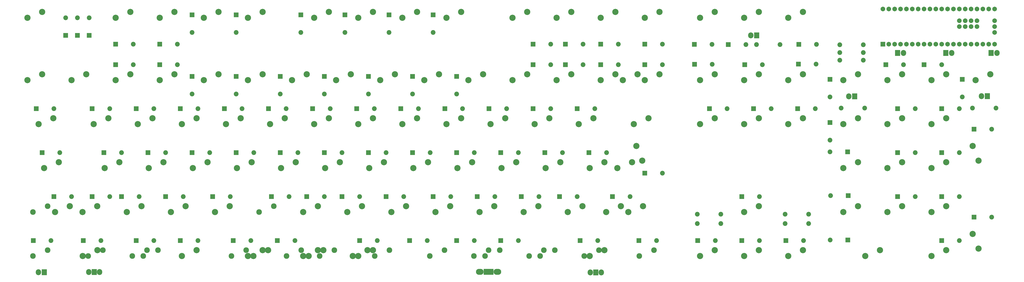
<source format=gbr>
G04 #@! TF.FileFunction,Soldermask,Top*
%FSLAX46Y46*%
G04 Gerber Fmt 4.6, Leading zero omitted, Abs format (unit mm)*
G04 Created by KiCad (PCBNEW 4.0.5+dfsg1-4) date Tue Aug 15 04:46:25 2017*
%MOMM*%
%LPD*%
G01*
G04 APERTURE LIST*
%ADD10C,0.100000*%
%ADD11C,2.686000*%
%ADD12C,2.432000*%
%ADD13C,2.051000*%
%ADD14R,2.051000X2.051000*%
%ADD15O,2.305000X2.559000*%
%ADD16R,2.305000X2.559000*%
%ADD17C,2.000000*%
%ADD18R,2.000000X2.000000*%
%ADD19O,3.305000X2.559000*%
%ADD20R,4.305000X2.559000*%
G04 APERTURE END LIST*
D10*
D11*
X285115000Y-47307500D03*
X278765000Y-49847500D03*
X294640000Y-47307500D03*
X288290000Y-49847500D03*
X275590000Y-47307500D03*
X269240000Y-49847500D03*
X287496000Y-104458000D03*
X281146000Y-106998000D03*
X277955000Y-104458000D03*
X271605000Y-106998000D03*
X282735000Y-85407500D03*
X276385000Y-87947500D03*
X284655000Y-78422500D03*
X287195000Y-84772500D03*
X270828000Y-85407500D03*
X264478000Y-87947500D03*
X123190000Y-123508000D03*
X116840000Y-126048000D03*
D12*
X225596000Y-123508000D03*
X219246000Y-126048000D03*
X220821000Y-123508000D03*
X214471000Y-126048000D03*
D11*
X270828000Y-123508000D03*
X264478000Y-126048000D03*
D12*
X268446000Y-123508000D03*
X262096000Y-126048000D03*
X249396000Y-123508000D03*
X243046000Y-126048000D03*
X244634000Y-123508000D03*
X238284000Y-126048000D03*
D11*
X168434000Y-123508000D03*
X162084000Y-126048000D03*
X170812000Y-123508000D03*
X164462000Y-126048000D03*
D12*
X177965000Y-123508000D03*
X171615000Y-126048000D03*
X154146000Y-123508000D03*
X147796000Y-126048000D03*
D11*
X147002000Y-123508000D03*
X140652000Y-126048000D03*
D12*
X139827000Y-123508000D03*
X133477000Y-126048000D03*
X116027000Y-123508000D03*
X109677000Y-126048000D03*
D11*
X149384000Y-123508000D03*
X143034000Y-126048000D03*
X125555000Y-123508000D03*
X119205000Y-126048000D03*
X51736600Y-104458000D03*
X45386600Y-106998000D03*
X39847800Y-104458000D03*
X33497800Y-106998000D03*
D12*
X30305400Y-104458000D03*
X23955400Y-106998000D03*
X77946200Y-123508000D03*
X71596200Y-126048000D03*
X73183800Y-123508000D03*
X66833800Y-126048000D03*
X54133800Y-123508000D03*
X47783800Y-126048000D03*
D11*
X51752500Y-123508000D03*
X45402500Y-126048000D03*
D13*
X247650000Y-34290000D03*
D14*
X240030000Y-34290000D03*
D13*
X261620000Y-34290000D03*
D14*
X254000000Y-34290000D03*
D13*
X276860000Y-34290000D03*
D14*
X269240000Y-34290000D03*
D13*
X295910000Y-34290000D03*
D14*
X288290000Y-34290000D03*
D13*
X317310000Y-34350000D03*
D14*
X309690000Y-34350000D03*
D13*
X331960000Y-34500000D03*
D14*
X324340000Y-34500000D03*
D13*
X362410000Y-34400000D03*
D14*
X354790000Y-34400000D03*
D13*
X38100000Y-22860000D03*
D14*
X38100000Y-30480000D03*
D13*
X207010000Y-55880000D03*
D14*
X207010000Y-48260000D03*
D13*
X247650000Y-43180000D03*
D14*
X240030000Y-43180000D03*
D13*
X261620000Y-43180000D03*
D14*
X254000000Y-43180000D03*
D13*
X276860000Y-43180000D03*
D14*
X269240000Y-43180000D03*
D13*
X295910000Y-43180000D03*
D14*
X288290000Y-43180000D03*
D13*
X317360000Y-43050000D03*
D14*
X309740000Y-43050000D03*
D13*
X339090000Y-43180000D03*
D14*
X331470000Y-43180000D03*
D13*
X362260000Y-42900000D03*
D14*
X354640000Y-42900000D03*
D13*
X368300000Y-57160000D03*
D14*
X368300000Y-49540000D03*
D13*
X400050000Y-43180000D03*
D14*
X392430000Y-43180000D03*
D13*
X416560000Y-43180000D03*
D14*
X408940000Y-43180000D03*
D13*
X425450000Y-57150000D03*
D14*
X425450000Y-49530000D03*
D13*
X228600000Y-62230000D03*
D14*
X220980000Y-62230000D03*
D13*
X247650000Y-62230000D03*
D14*
X240030000Y-62230000D03*
D13*
X266700000Y-62230000D03*
D14*
X259080000Y-62230000D03*
D13*
X323850000Y-62230000D03*
D14*
X316230000Y-62230000D03*
D13*
X342900000Y-62230000D03*
D14*
X335280000Y-62230000D03*
D13*
X361950000Y-62230000D03*
D14*
X354330000Y-62230000D03*
D13*
X368300000Y-75910000D03*
D14*
X368300000Y-68290000D03*
D13*
X405130000Y-62230000D03*
D14*
X397510000Y-62230000D03*
D13*
X424180000Y-62230000D03*
D14*
X416560000Y-62230000D03*
D13*
X233680000Y-81280000D03*
D14*
X226060000Y-81280000D03*
D13*
X252730000Y-81280000D03*
D14*
X245110000Y-81280000D03*
D13*
X271780000Y-81280000D03*
D14*
X264160000Y-81280000D03*
D13*
X295910000Y-90170000D03*
D14*
X288290000Y-90170000D03*
D13*
X368240000Y-80950000D03*
D14*
X375860000Y-80950000D03*
D13*
X405130000Y-81280000D03*
D14*
X397510000Y-81280000D03*
D13*
X424180000Y-81280000D03*
D14*
X416560000Y-81280000D03*
D13*
X438150000Y-71120000D03*
D14*
X430530000Y-71120000D03*
D13*
X223520000Y-100330000D03*
D14*
X215900000Y-100330000D03*
D13*
X242570000Y-100330000D03*
D14*
X234950000Y-100330000D03*
D13*
X259080000Y-100330000D03*
D14*
X251460000Y-100330000D03*
D13*
X281940000Y-100330000D03*
D14*
X274320000Y-100330000D03*
D13*
X337820000Y-100330000D03*
D14*
X330200000Y-100330000D03*
D13*
X368490000Y-99900000D03*
D14*
X376110000Y-99900000D03*
D13*
X405130000Y-100330000D03*
D14*
X397510000Y-100330000D03*
D13*
X424180000Y-100330000D03*
D14*
X416560000Y-100330000D03*
D13*
X233680000Y-119380000D03*
D14*
X226060000Y-119380000D03*
D13*
X267970000Y-119380000D03*
D14*
X260350000Y-119380000D03*
D13*
X293370000Y-119380000D03*
D14*
X285750000Y-119380000D03*
D13*
X318770000Y-119380000D03*
D14*
X311150000Y-119380000D03*
D13*
X337820000Y-119380000D03*
D14*
X330200000Y-119380000D03*
D13*
X356870000Y-119380000D03*
D14*
X349250000Y-119380000D03*
D13*
X368340000Y-119150000D03*
D14*
X375960000Y-119150000D03*
D13*
X424180000Y-119380000D03*
D14*
X416560000Y-119380000D03*
D13*
X438150000Y-109220000D03*
D14*
X430530000Y-109220000D03*
D13*
X67310000Y-34290000D03*
D14*
X59690000Y-34290000D03*
D13*
X86360000Y-34290000D03*
D14*
X78740000Y-34290000D03*
D13*
X92710000Y-29210000D03*
D14*
X92710000Y-21590000D03*
D13*
X111760000Y-29210000D03*
D14*
X111760000Y-21590000D03*
D13*
X139700000Y-29210000D03*
D14*
X139700000Y-21590000D03*
D13*
X158750000Y-29210000D03*
D14*
X158750000Y-21590000D03*
D13*
X177800000Y-29210000D03*
D14*
X177800000Y-21590000D03*
D13*
X196850000Y-29210000D03*
D14*
X196850000Y-21590000D03*
D13*
X43180000Y-22860000D03*
D14*
X43180000Y-30480000D03*
D13*
X48260000Y-22860000D03*
D14*
X48260000Y-30480000D03*
D13*
X67310000Y-43180000D03*
D14*
X59690000Y-43180000D03*
D13*
X86360000Y-43180000D03*
D14*
X78740000Y-43180000D03*
D13*
X92710000Y-55880000D03*
D14*
X92710000Y-48260000D03*
D13*
X111760000Y-55880000D03*
D14*
X111760000Y-48260000D03*
D13*
X130810000Y-55880000D03*
D14*
X130810000Y-48260000D03*
D13*
X149860000Y-55880000D03*
D14*
X149860000Y-48260000D03*
D13*
X168910000Y-55880000D03*
D14*
X168910000Y-48260000D03*
D13*
X187960000Y-55880000D03*
D14*
X187960000Y-48260000D03*
D13*
X33020000Y-62230000D03*
D14*
X25400000Y-62230000D03*
D13*
X57150000Y-62230000D03*
D14*
X49530000Y-62230000D03*
D13*
X76200000Y-62230000D03*
D14*
X68580000Y-62230000D03*
D13*
X95250000Y-62230000D03*
D14*
X87630000Y-62230000D03*
D13*
X114300000Y-62230000D03*
D14*
X106680000Y-62230000D03*
D13*
X133350000Y-62230000D03*
D14*
X125730000Y-62230000D03*
D13*
X152400000Y-62230000D03*
D14*
X144780000Y-62230000D03*
D13*
X171450000Y-62230000D03*
D14*
X163830000Y-62230000D03*
D13*
X190500000Y-62230000D03*
D14*
X182880000Y-62230000D03*
D13*
X209550000Y-62230000D03*
D14*
X201930000Y-62230000D03*
D13*
X35560000Y-81280000D03*
D14*
X27940000Y-81280000D03*
D13*
X62230000Y-81280000D03*
D14*
X54610000Y-81280000D03*
D13*
X81280000Y-81280000D03*
D14*
X73660000Y-81280000D03*
D13*
X100330000Y-81280000D03*
D14*
X92710000Y-81280000D03*
D13*
X119380000Y-81280000D03*
D14*
X111760000Y-81280000D03*
D13*
X138430000Y-81280000D03*
D14*
X130810000Y-81280000D03*
D13*
X157480000Y-81280000D03*
D14*
X149860000Y-81280000D03*
D13*
X176530000Y-81280000D03*
D14*
X168910000Y-81280000D03*
D13*
X195580000Y-81280000D03*
D14*
X187960000Y-81280000D03*
D13*
X214630000Y-81280000D03*
D14*
X207010000Y-81280000D03*
D13*
X40640000Y-100330000D03*
D14*
X33020000Y-100330000D03*
D13*
X57150000Y-100330000D03*
D14*
X49530000Y-100330000D03*
D13*
X69850000Y-100330000D03*
D14*
X62230000Y-100330000D03*
D13*
X88900000Y-100330000D03*
D14*
X81280000Y-100330000D03*
D13*
X109220000Y-100330000D03*
D14*
X101600000Y-100330000D03*
D13*
X134620000Y-100330000D03*
D14*
X127000000Y-100330000D03*
D13*
X149860000Y-100330000D03*
D14*
X142240000Y-100330000D03*
D13*
X165100000Y-100330000D03*
D14*
X157480000Y-100330000D03*
D13*
X184150000Y-100330000D03*
D14*
X176530000Y-100330000D03*
D13*
X204470000Y-100330000D03*
D14*
X196850000Y-100330000D03*
D13*
X31750000Y-119380000D03*
D14*
X24130000Y-119380000D03*
D13*
X53340000Y-119380000D03*
D14*
X45720000Y-119380000D03*
D13*
X76200000Y-119380000D03*
D14*
X68580000Y-119380000D03*
D13*
X95250000Y-119380000D03*
D14*
X87630000Y-119380000D03*
D13*
X118110000Y-119380000D03*
D14*
X110490000Y-119380000D03*
D13*
X137160000Y-119380000D03*
D14*
X129540000Y-119380000D03*
D13*
X172720000Y-119380000D03*
D14*
X165100000Y-119380000D03*
D13*
X194310000Y-119380000D03*
D14*
X186690000Y-119380000D03*
D13*
X214630000Y-119380000D03*
D14*
X207010000Y-119380000D03*
D11*
X237490000Y-20320000D03*
X231140000Y-22860000D03*
X256540000Y-20320000D03*
X250190000Y-22860000D03*
X275590000Y-20320000D03*
X269240000Y-22860000D03*
X294640000Y-20320000D03*
X288290000Y-22860000D03*
X318452000Y-20320000D03*
X312102000Y-22860000D03*
X337502000Y-20320000D03*
X331152000Y-22860000D03*
X356552000Y-20320000D03*
X350202000Y-22860000D03*
X27940000Y-20320000D03*
X21590000Y-22860000D03*
X218440000Y-47307500D03*
X212090000Y-49847500D03*
X237490000Y-47307500D03*
X231140000Y-49847500D03*
X256540000Y-47307500D03*
X250190000Y-49847500D03*
X318452000Y-47307500D03*
X312102000Y-49847500D03*
X337502000Y-47307500D03*
X331152000Y-49847500D03*
X356552000Y-47307500D03*
X350202000Y-49847500D03*
X380365000Y-47307500D03*
X374015000Y-49847500D03*
X399415000Y-47307500D03*
X393065000Y-49847500D03*
X418465000Y-47307500D03*
X412115000Y-49847500D03*
X437515000Y-47307500D03*
X431165000Y-49847500D03*
X227965000Y-66357500D03*
X221615000Y-68897500D03*
X247015000Y-66357500D03*
X240665000Y-68897500D03*
X266065000Y-66357500D03*
X259715000Y-68897500D03*
X318452000Y-66357500D03*
X312102000Y-68897500D03*
X337502000Y-66357500D03*
X331152000Y-68897500D03*
X356552000Y-66357500D03*
X350202000Y-68897500D03*
X380365000Y-66357500D03*
X374015000Y-68897500D03*
X399415000Y-66357500D03*
X393065000Y-68897500D03*
X418465000Y-66357500D03*
X412115000Y-68897500D03*
X232728000Y-85407500D03*
X226378000Y-87947500D03*
X251778000Y-85407500D03*
X245428000Y-87947500D03*
X289878000Y-66357500D03*
X283528000Y-68897500D03*
X380365000Y-85407500D03*
X374015000Y-87947500D03*
X399415000Y-85407500D03*
X393065000Y-87947500D03*
X418465000Y-85407500D03*
X412115000Y-87947500D03*
X429895000Y-78422500D03*
X432435000Y-84772500D03*
X223202000Y-104458000D03*
X216852000Y-106998000D03*
X242252000Y-104458000D03*
X235902000Y-106998000D03*
X261302000Y-104458000D03*
X254952000Y-106998000D03*
X337502000Y-104458000D03*
X331152000Y-106998000D03*
X380365000Y-104458000D03*
X374015000Y-106998000D03*
X399415000Y-104458000D03*
X393065000Y-106998000D03*
X418465000Y-104458000D03*
X412115000Y-106998000D03*
D12*
X292249000Y-123508000D03*
X285899000Y-126048000D03*
D11*
X318452000Y-123508000D03*
X312102000Y-126048000D03*
X337502000Y-123508000D03*
X331152000Y-126048000D03*
X356552000Y-123508000D03*
X350202000Y-126048000D03*
X389890000Y-123508000D03*
X383540000Y-126048000D03*
X418465000Y-123508000D03*
X412115000Y-126048000D03*
X429895000Y-116522000D03*
X432435000Y-122872000D03*
X66040000Y-20320000D03*
X59690000Y-22860000D03*
X85090000Y-20320000D03*
X78740000Y-22860000D03*
X104140000Y-20320000D03*
X97790000Y-22860000D03*
X123190000Y-20320000D03*
X116840000Y-22860000D03*
X151765000Y-20320000D03*
X145415000Y-22860000D03*
X170815000Y-20320000D03*
X164465000Y-22860000D03*
X189865000Y-20320000D03*
X183515000Y-22860000D03*
X208915000Y-20320000D03*
X202565000Y-22860000D03*
X27940000Y-47307500D03*
X21590000Y-49847500D03*
X46990000Y-47307500D03*
X40640000Y-49847500D03*
X66040000Y-47307500D03*
X59690000Y-49847500D03*
X85090000Y-47307500D03*
X78740000Y-49847500D03*
X104140000Y-47307500D03*
X97790000Y-49847500D03*
X123190000Y-47307500D03*
X116840000Y-49847500D03*
X142240000Y-47307500D03*
X135890000Y-49847500D03*
X161290000Y-47307500D03*
X154940000Y-49847500D03*
X180340000Y-47307500D03*
X173990000Y-49847500D03*
X199390000Y-47307500D03*
X193040000Y-49847500D03*
X32702500Y-66357500D03*
X26352500Y-68897500D03*
X56515000Y-66357500D03*
X50165000Y-68897500D03*
X75565000Y-66357500D03*
X69215000Y-68897500D03*
X94615000Y-66357500D03*
X88265000Y-68897500D03*
X113665000Y-66357500D03*
X107315000Y-68897500D03*
X132715000Y-66357500D03*
X126365000Y-68897500D03*
X151765000Y-66357500D03*
X145415000Y-68897500D03*
X170815000Y-66357500D03*
X164465000Y-68897500D03*
X189865000Y-66357500D03*
X183515000Y-68897500D03*
X208915000Y-66357500D03*
X202565000Y-68897500D03*
X35084700Y-85407500D03*
X28734700Y-87947500D03*
X61277500Y-85407500D03*
X54927500Y-87947500D03*
X80327500Y-85407500D03*
X73977500Y-87947500D03*
X99377500Y-85407500D03*
X93027500Y-87947500D03*
X118428000Y-85407500D03*
X112078000Y-87947500D03*
X137478000Y-85407500D03*
X131128000Y-87947500D03*
X156528000Y-85407500D03*
X150178000Y-87947500D03*
X175578000Y-85407500D03*
X169228000Y-87947500D03*
X194628000Y-85407500D03*
X188278000Y-87947500D03*
X213678000Y-85407500D03*
X207328000Y-87947500D03*
X70802500Y-104458000D03*
X64452500Y-106998000D03*
X89852500Y-104458000D03*
X83502500Y-106998000D03*
X108902000Y-104458000D03*
X102552000Y-106998000D03*
D12*
X127952000Y-104458000D03*
X121602000Y-106998000D03*
D11*
X147002000Y-104458000D03*
X140652000Y-106998000D03*
X166052000Y-104458000D03*
X159702000Y-106998000D03*
X185102000Y-104458000D03*
X178752000Y-106998000D03*
X204152000Y-104458000D03*
X197802000Y-106998000D03*
D12*
X30322800Y-123508000D03*
X23972800Y-126048000D03*
D11*
X94615000Y-123508000D03*
X88265000Y-126048000D03*
D12*
X201769000Y-123508000D03*
X195419000Y-126048000D03*
D15*
X334030000Y-30450000D03*
D16*
X336570000Y-30450000D03*
D15*
X400050000Y-38100000D03*
D16*
X397510000Y-38100000D03*
D15*
X376430000Y-56900000D03*
D16*
X378970000Y-56900000D03*
D15*
X433730000Y-56850000D03*
D16*
X436270000Y-56850000D03*
D15*
X420878000Y-38100000D03*
D16*
X418338000Y-38100000D03*
D15*
X440436000Y-38100000D03*
D16*
X437896000Y-38100000D03*
D15*
X26330000Y-133100000D03*
D16*
X28870000Y-133100000D03*
D17*
X411480000Y-34290000D03*
X414020000Y-34290000D03*
X416560000Y-34290000D03*
X408940000Y-34290000D03*
X406400000Y-34290000D03*
X403860000Y-34290000D03*
X401320000Y-34290000D03*
X398780000Y-34290000D03*
X396240000Y-34290000D03*
X393700000Y-34290000D03*
D18*
X391160000Y-34290000D03*
D17*
X419100000Y-34290000D03*
X421640000Y-34290000D03*
X424180000Y-34290000D03*
X426720000Y-34290000D03*
X429260000Y-34290000D03*
X431800000Y-34290000D03*
X434340000Y-34290000D03*
X436880000Y-34290000D03*
X439420000Y-34290000D03*
X439420000Y-29210000D03*
X439420000Y-26670000D03*
X439420000Y-24130000D03*
X439420000Y-19050000D03*
X436880000Y-19050000D03*
X434340000Y-19050000D03*
X431800000Y-19050000D03*
X429260000Y-19050000D03*
X426720000Y-19050000D03*
X424180000Y-19050000D03*
X421640000Y-19050000D03*
X419100000Y-19050000D03*
X416560000Y-19050000D03*
X414020000Y-19050000D03*
X411480000Y-19050000D03*
X408940000Y-19050000D03*
X406400000Y-19050000D03*
X403860000Y-19050000D03*
X401320000Y-19050000D03*
X398780000Y-19050000D03*
X396240000Y-19050000D03*
X393700000Y-19050000D03*
X391160000Y-19050000D03*
X424180000Y-24130000D03*
X426720000Y-24130000D03*
X429260000Y-24130000D03*
X431800000Y-24130000D03*
X424180000Y-26670000D03*
X426720000Y-26670000D03*
X429260000Y-26670000D03*
X431800000Y-26670000D03*
D13*
X346680000Y-34500000D03*
X336520000Y-34500000D03*
X372500000Y-34560000D03*
X382660000Y-34560000D03*
X373070000Y-61950000D03*
X383230000Y-61950000D03*
X429820000Y-62000000D03*
X439980000Y-62000000D03*
X372500000Y-37940000D03*
X382660000Y-37940000D03*
X372500000Y-41250000D03*
X382660000Y-41250000D03*
X321080000Y-112000000D03*
X310920000Y-112000000D03*
X321080000Y-108000000D03*
X310920000Y-108000000D03*
X359080000Y-108000000D03*
X348920000Y-108000000D03*
D15*
X269440000Y-133150000D03*
X264760000Y-133150000D03*
D16*
X267100000Y-133150000D03*
D15*
X52740000Y-133050000D03*
X48060000Y-133050000D03*
D16*
X50400000Y-133050000D03*
D19*
X224560000Y-132950000D03*
X216940000Y-132950000D03*
D20*
X220750000Y-132950000D03*
D13*
X348920000Y-112000000D03*
X359080000Y-112000000D03*
M02*

</source>
